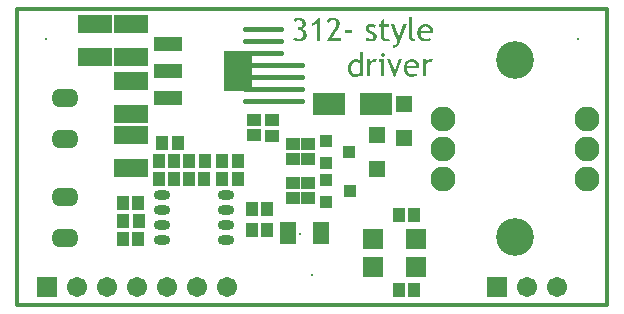
<source format=gts>
G04*
G04 #@! TF.GenerationSoftware,Altium Limited,Altium Designer,21.1.0 (24)*
G04*
G04 Layer_Color=8388736*
%FSLAX44Y44*%
%MOMM*%
G71*
G04*
G04 #@! TF.SameCoordinates,11EEB628-8EEC-4D1F-BDFF-B4013DCA5F77*
G04*
G04*
G04 #@! TF.FilePolarity,Negative*
G04*
G01*
G75*
%ADD12C,0.4000*%
%ADD16C,0.3000*%
%ADD18C,0.3000*%
%ADD32R,1.4032X1.8532*%
%ADD33R,1.7032X1.8032*%
%ADD34R,1.0532X1.1532*%
%ADD35R,2.9032X1.5032*%
%ADD36R,1.4032X1.4032*%
%ADD37R,1.4032X1.4032*%
%ADD38R,1.1032X1.2032*%
%ADD39R,2.3532X1.2032*%
%ADD40R,2.3532X3.4532*%
%ADD41R,1.1032X1.0032*%
%ADD42O,1.4032X0.8032*%
%ADD43R,1.1532X1.0532*%
%ADD44R,2.7032X1.9032*%
%ADD45R,1.2032X1.1032*%
%ADD46O,2.3032X1.6032*%
%ADD47R,1.7032X1.7032*%
%ADD48C,1.7032*%
%ADD49C,0.2032*%
%ADD50C,2.1082*%
%ADD51C,3.2032*%
G36*
X300660Y237810D02*
X300837Y237780D01*
X301045Y237750D01*
X301311Y237721D01*
X301874Y237602D01*
X302555Y237425D01*
X303325Y237158D01*
X304184Y236832D01*
X303444Y234463D01*
X303414D01*
X303384Y234522D01*
X303295Y234581D01*
X303177Y234641D01*
X302881Y234848D01*
X302496Y235085D01*
X302022Y235292D01*
X301518Y235500D01*
X300956Y235618D01*
X300393Y235677D01*
X300245D01*
X300067Y235648D01*
X299860Y235618D01*
X299623Y235559D01*
X299386Y235500D01*
X299120Y235381D01*
X298883Y235233D01*
X298853Y235203D01*
X298794Y235144D01*
X298675Y235055D01*
X298587Y234937D01*
X298468Y234789D01*
X298350Y234611D01*
X298290Y234374D01*
X298261Y234137D01*
Y234078D01*
X298290Y233900D01*
X298350Y233663D01*
X298468Y233367D01*
X298646Y233041D01*
X298912Y232686D01*
X299090Y232508D01*
X299327Y232360D01*
X299564Y232212D01*
X299830Y232064D01*
X301637Y231235D01*
X301667D01*
X301726Y231205D01*
X301785Y231146D01*
X301904Y231087D01*
X302200Y230939D01*
X302585Y230731D01*
X302970Y230465D01*
X303384Y230169D01*
X303769Y229843D01*
X304095Y229487D01*
X304125Y229458D01*
X304214Y229310D01*
X304332Y229102D01*
X304480Y228806D01*
X304628Y228451D01*
X304747Y228036D01*
X304836Y227562D01*
X304865Y227029D01*
Y227000D01*
Y226940D01*
Y226852D01*
X304836Y226703D01*
X304806Y226348D01*
X304688Y225904D01*
X304539Y225430D01*
X304303Y224926D01*
X303947Y224423D01*
X303740Y224186D01*
X303503Y223979D01*
X303473D01*
X303444Y223920D01*
X303355Y223890D01*
X303266Y223801D01*
X303118Y223742D01*
X302940Y223653D01*
X302526Y223446D01*
X301992Y223238D01*
X301341Y223090D01*
X300600Y222972D01*
X299742Y222913D01*
X299505D01*
X299357Y222942D01*
X299149D01*
X298912Y222972D01*
X298646Y223001D01*
X298350Y223061D01*
X297698Y223179D01*
X296987Y223386D01*
X296217Y223653D01*
X295477Y224038D01*
X296365Y226467D01*
X296395D01*
X296454Y226407D01*
X296573Y226348D01*
X296721Y226259D01*
X296898Y226141D01*
X297106Y226022D01*
X297609Y225785D01*
X298142Y225519D01*
X298705Y225282D01*
X299268Y225134D01*
X299534Y225104D01*
X299801Y225075D01*
X300008D01*
X300186Y225104D01*
X300541Y225193D01*
X300986Y225312D01*
X301430Y225548D01*
X301607Y225697D01*
X301815Y225904D01*
X301963Y226111D01*
X302081Y226378D01*
X302141Y226674D01*
X302170Y227029D01*
Y227059D01*
Y227089D01*
X302141Y227266D01*
X302052Y227533D01*
X301874Y227859D01*
X301756Y228066D01*
X301607Y228244D01*
X301430Y228451D01*
X301193Y228658D01*
X300926Y228866D01*
X300630Y229073D01*
X300275Y229280D01*
X299860Y229487D01*
X299830D01*
X299771Y229517D01*
X299682Y229576D01*
X299564Y229606D01*
X299268Y229754D01*
X298912Y229932D01*
X298527Y230139D01*
X298113Y230346D01*
X297757Y230524D01*
X297491Y230702D01*
X297461Y230731D01*
X297402Y230791D01*
X297283Y230850D01*
X297135Y230968D01*
X296780Y231264D01*
X296425Y231649D01*
X296395Y231679D01*
X296365Y231738D01*
X296276Y231857D01*
X296188Y232005D01*
X295951Y232360D01*
X295773Y232775D01*
Y232805D01*
X295743Y232893D01*
X295714Y233012D01*
X295684Y233160D01*
X295625Y233367D01*
X295595Y233575D01*
X295566Y234078D01*
Y234108D01*
Y234167D01*
Y234256D01*
X295595Y234374D01*
X295625Y234670D01*
X295714Y235085D01*
X295891Y235529D01*
X296099Y235973D01*
X296425Y236418D01*
X296602Y236625D01*
X296839Y236832D01*
X296869D01*
X296898Y236862D01*
X297076Y236980D01*
X297372Y237158D01*
X297757Y237336D01*
X298231Y237514D01*
X298824Y237691D01*
X299475Y237810D01*
X300215Y237839D01*
X300512D01*
X300660Y237810D01*
D02*
G37*
G36*
X284074Y229991D02*
X278329D01*
Y232331D01*
X284074D01*
Y229991D01*
D02*
G37*
G36*
X323968Y220751D02*
Y220721D01*
X323938Y220691D01*
X323879Y220514D01*
X323731Y220277D01*
X323523Y219951D01*
X323227Y219566D01*
X322872Y219181D01*
X322428Y218796D01*
X321865Y218440D01*
X321835D01*
X321806Y218411D01*
X321717Y218352D01*
X321599Y218292D01*
X321421Y218233D01*
X321243Y218144D01*
X320828Y217996D01*
X320295Y217819D01*
X319703Y217670D01*
X319022Y217552D01*
X318311Y217522D01*
Y219803D01*
X318578D01*
X318874Y219832D01*
X319259Y219892D01*
X319673Y219981D01*
X320147Y220129D01*
X320621Y220306D01*
X321065Y220573D01*
X321125Y220602D01*
X321243Y220721D01*
X321421Y220869D01*
X321658Y221076D01*
X321865Y221343D01*
X322043Y221639D01*
X322161Y221994D01*
X322220Y222379D01*
Y222439D01*
Y222587D01*
X322191Y222794D01*
X322161Y223090D01*
X322102Y223446D01*
X322043Y223831D01*
X321924Y224245D01*
X321776Y224690D01*
X321746Y224749D01*
X321717Y224897D01*
X321599Y225134D01*
X321480Y225489D01*
X321332Y225904D01*
X321154Y226378D01*
X320947Y226940D01*
X320710Y227533D01*
X316801Y237573D01*
X319407D01*
X323672Y226407D01*
X327492Y237573D01*
X330098D01*
X323968Y220751D01*
D02*
G37*
G36*
X239413Y243200D02*
X239650D01*
X239887Y243170D01*
X240479Y243052D01*
X241160Y242904D01*
X241871Y242637D01*
X242552Y242311D01*
X242878Y242074D01*
X243204Y241837D01*
X243234Y241808D01*
X243263Y241778D01*
X243352Y241689D01*
X243470Y241600D01*
X243737Y241275D01*
X244033Y240890D01*
X244329Y240357D01*
X244596Y239764D01*
X244803Y239083D01*
X244833Y238698D01*
X244862Y238313D01*
Y238284D01*
Y238254D01*
Y238165D01*
Y238046D01*
X244803Y237721D01*
X244744Y237336D01*
X244625Y236862D01*
X244477Y236388D01*
X244240Y235884D01*
X243944Y235381D01*
X243915Y235322D01*
X243796Y235174D01*
X243589Y234966D01*
X243322Y234700D01*
X243026Y234433D01*
X242671Y234137D01*
X242256Y233900D01*
X241812Y233693D01*
X241842D01*
X241901Y233663D01*
X241990Y233634D01*
X242078Y233575D01*
X242404Y233456D01*
X242789Y233249D01*
X243204Y232982D01*
X243648Y232656D01*
X244092Y232271D01*
X244507Y231798D01*
X244537Y231738D01*
X244655Y231560D01*
X244833Y231294D01*
X245011Y230909D01*
X245188Y230465D01*
X245366Y229902D01*
X245484Y229310D01*
X245514Y228629D01*
Y228599D01*
Y228510D01*
Y228362D01*
X245484Y228184D01*
X245455Y227947D01*
X245425Y227681D01*
X245307Y227059D01*
X245099Y226378D01*
X244951Y226022D01*
X244774Y225667D01*
X244566Y225341D01*
X244359Y225015D01*
X244063Y224690D01*
X243767Y224393D01*
X243737Y224364D01*
X243678Y224334D01*
X243589Y224245D01*
X243441Y224156D01*
X243263Y224038D01*
X243056Y223920D01*
X242789Y223801D01*
X242493Y223653D01*
X242167Y223505D01*
X241812Y223386D01*
X241397Y223268D01*
X240983Y223150D01*
X240509Y223061D01*
X240005Y222972D01*
X239443Y222942D01*
X238880Y222913D01*
X238643D01*
X238406Y222942D01*
X238080Y222972D01*
X237666Y223031D01*
X237251Y223120D01*
X236777Y223238D01*
X236303Y223386D01*
X236244Y223416D01*
X236096Y223475D01*
X235859Y223564D01*
X235592Y223712D01*
X235267Y223890D01*
X234941Y224097D01*
X234615Y224305D01*
X234319Y224571D01*
X235622Y226644D01*
X235652Y226615D01*
X235681Y226585D01*
X235859Y226407D01*
X236155Y226200D01*
X236540Y225933D01*
X237014Y225667D01*
X237577Y225430D01*
X238228Y225252D01*
X238584Y225223D01*
X238939Y225193D01*
X239087D01*
X239294Y225223D01*
X239531Y225252D01*
X239798Y225312D01*
X240124Y225400D01*
X240479Y225489D01*
X240835Y225637D01*
X241160Y225845D01*
X241516Y226082D01*
X241842Y226378D01*
X242108Y226733D01*
X242345Y227148D01*
X242552Y227622D01*
X242671Y228184D01*
X242700Y228836D01*
Y228866D01*
Y228925D01*
Y228984D01*
X242671Y229102D01*
X242641Y229428D01*
X242552Y229784D01*
X242434Y230228D01*
X242227Y230672D01*
X241960Y231116D01*
X241605Y231531D01*
X241545Y231590D01*
X241397Y231709D01*
X241160Y231857D01*
X240835Y232064D01*
X240420Y232271D01*
X239946Y232419D01*
X239354Y232538D01*
X238732Y232597D01*
X238524D01*
Y234789D01*
X238791D01*
X238969Y234818D01*
X239176Y234848D01*
X239443Y234878D01*
X239709Y234937D01*
X240035Y235026D01*
X240361Y235174D01*
X240657Y235322D01*
X240983Y235529D01*
X241249Y235766D01*
X241516Y236062D01*
X241723Y236388D01*
X241901Y236803D01*
X242019Y237247D01*
X242049Y237780D01*
Y237810D01*
Y237928D01*
X242019Y238076D01*
X241990Y238284D01*
X241960Y238520D01*
X241871Y238787D01*
X241782Y239083D01*
X241634Y239379D01*
X241457Y239675D01*
X241249Y239942D01*
X240983Y240208D01*
X240686Y240445D01*
X240301Y240653D01*
X239857Y240801D01*
X239354Y240919D01*
X238791Y240949D01*
X238613D01*
X238495Y240919D01*
X238199Y240890D01*
X237784Y240801D01*
X237340Y240653D01*
X236866Y240445D01*
X236422Y240149D01*
X236007Y239764D01*
X234822Y241600D01*
X234852Y241630D01*
X234882Y241660D01*
X234970Y241749D01*
X235059Y241867D01*
X235207Y241985D01*
X235385Y242104D01*
X235563Y242252D01*
X235800Y242430D01*
X236096Y242578D01*
X236392Y242726D01*
X236718Y242844D01*
X237103Y242963D01*
X237518Y243081D01*
X237991Y243170D01*
X238465Y243200D01*
X238998Y243229D01*
X239235D01*
X239413Y243200D01*
D02*
G37*
G36*
X268082Y243200D02*
X268319D01*
X268585Y243170D01*
X268881Y243111D01*
X269207Y243052D01*
X269918Y242904D01*
X270658Y242667D01*
X271339Y242341D01*
X271695Y242134D01*
X271991Y241897D01*
X272021D01*
X272050Y241838D01*
X272139Y241749D01*
X272228Y241660D01*
X272495Y241364D01*
X272791Y240949D01*
X273087Y240416D01*
X273353Y239794D01*
X273531Y239053D01*
X273561Y238639D01*
X273590Y238195D01*
Y238165D01*
Y238106D01*
Y237958D01*
X273561Y237810D01*
X273531Y237573D01*
X273472Y237306D01*
X273413Y237010D01*
X273324Y236655D01*
X273205Y236270D01*
X273057Y235855D01*
X272909Y235381D01*
X272702Y234907D01*
X272435Y234374D01*
X272169Y233811D01*
X271843Y233219D01*
X271458Y232597D01*
X267045Y225608D01*
X274775D01*
Y223179D01*
X262662D01*
Y223712D01*
X268822Y233160D01*
X268852Y233190D01*
X268911Y233278D01*
X269000Y233456D01*
X269118Y233663D01*
X269266Y233900D01*
X269444Y234196D01*
X269622Y234552D01*
X269799Y234907D01*
X270155Y235677D01*
X270481Y236536D01*
X270599Y236951D01*
X270688Y237395D01*
X270747Y237810D01*
X270777Y238195D01*
Y238224D01*
Y238313D01*
X270747Y238461D01*
X270718Y238639D01*
X270688Y238846D01*
X270629Y239053D01*
X270510Y239320D01*
X270392Y239587D01*
X270244Y239823D01*
X270036Y240090D01*
X269799Y240297D01*
X269503Y240534D01*
X269148Y240682D01*
X268763Y240830D01*
X268289Y240919D01*
X267756Y240949D01*
X267578D01*
X267371Y240919D01*
X267104Y240890D01*
X266808Y240801D01*
X266453Y240712D01*
X266097Y240564D01*
X265742Y240357D01*
X265712Y240327D01*
X265594Y240268D01*
X265416Y240120D01*
X265238Y239972D01*
X265002Y239764D01*
X264794Y239527D01*
X264587Y239231D01*
X264409Y238935D01*
X262662Y240357D01*
Y240386D01*
X262691Y240416D01*
X262751Y240564D01*
X262869Y240801D01*
X263047Y241097D01*
X263284Y241423D01*
X263580Y241778D01*
X263965Y242134D01*
X264409Y242430D01*
X264439D01*
X264468Y242459D01*
X264646Y242548D01*
X264942Y242696D01*
X265298Y242844D01*
X265772Y242963D01*
X266334Y243111D01*
X266927Y243200D01*
X267608Y243229D01*
X267874D01*
X268082Y243200D01*
D02*
G37*
G36*
X256679Y223179D02*
X253984D01*
Y238284D01*
X249986Y235796D01*
Y238313D01*
X250016D01*
X250045Y238343D01*
X250134Y238402D01*
X250253Y238461D01*
X250549Y238609D01*
X250963Y238846D01*
X251437Y239142D01*
X252000Y239498D01*
X252592Y239912D01*
X253214Y240386D01*
X253244Y240416D01*
X253303Y240445D01*
X253392Y240534D01*
X253510Y240623D01*
X253806Y240890D01*
X254191Y241215D01*
X254606Y241600D01*
X255050Y242045D01*
X255465Y242519D01*
X255850Y242963D01*
X256679D01*
Y223179D01*
D02*
G37*
G36*
X346476Y237810D02*
X346743Y237780D01*
X347039Y237750D01*
X347365Y237691D01*
X347720Y237632D01*
X348520Y237425D01*
X348905Y237276D01*
X349319Y237099D01*
X349704Y236891D01*
X350089Y236684D01*
X350445Y236388D01*
X350800Y236092D01*
X350830Y236062D01*
X350889Y236003D01*
X350948Y235914D01*
X351067Y235796D01*
X351185Y235618D01*
X351333Y235411D01*
X351511Y235174D01*
X351659Y234907D01*
X351807Y234611D01*
X351985Y234285D01*
X352133Y233930D01*
X352251Y233545D01*
X352370Y233101D01*
X352459Y232656D01*
X352488Y232183D01*
X352518Y231679D01*
Y231649D01*
Y231531D01*
Y231383D01*
X352488Y231176D01*
X352459Y230939D01*
X352429Y230672D01*
X352311Y230139D01*
X341945D01*
Y230109D01*
Y230021D01*
Y229902D01*
X341975Y229724D01*
Y229517D01*
X342004Y229251D01*
X342123Y228688D01*
X342271Y228066D01*
X342508Y227414D01*
X342863Y226792D01*
X343070Y226496D01*
X343307Y226230D01*
X343367Y226170D01*
X343515Y226052D01*
X343781Y225874D01*
X344166Y225667D01*
X344610Y225430D01*
X345144Y225252D01*
X345765Y225134D01*
X346447Y225075D01*
X346654D01*
X346802Y225104D01*
X347009D01*
X347217Y225134D01*
X347720Y225223D01*
X348312Y225400D01*
X348905Y225608D01*
X349527Y225933D01*
X349823Y226111D01*
X350089Y226348D01*
X351185Y224512D01*
X351156Y224482D01*
X351067Y224423D01*
X350919Y224305D01*
X350741Y224156D01*
X350475Y223979D01*
X350149Y223801D01*
X349793Y223653D01*
X349349Y223475D01*
X349319D01*
X349290Y223446D01*
X349201Y223416D01*
X349082Y223386D01*
X348786Y223298D01*
X348372Y223209D01*
X347868Y223090D01*
X347276Y223001D01*
X346624Y222942D01*
X345943Y222913D01*
X345677D01*
X345499Y222942D01*
X345262Y222972D01*
X344995Y223001D01*
X344699Y223061D01*
X344374Y223150D01*
X343633Y223357D01*
X343248Y223505D01*
X342863Y223683D01*
X342478Y223890D01*
X342093Y224156D01*
X341708Y224423D01*
X341353Y224749D01*
X341323Y224778D01*
X341264Y224838D01*
X341145Y224956D01*
X341027Y225104D01*
X340879Y225312D01*
X340701Y225578D01*
X340494Y225845D01*
X340316Y226200D01*
X340109Y226555D01*
X339901Y226970D01*
X339724Y227414D01*
X339576Y227888D01*
X339457Y228421D01*
X339339Y228984D01*
X339280Y229576D01*
X339250Y230198D01*
Y230228D01*
Y230346D01*
X339280Y230554D01*
Y230791D01*
X339309Y231087D01*
X339368Y231442D01*
X339427Y231827D01*
X339516Y232242D01*
X339635Y232686D01*
X339783Y233160D01*
X339961Y233634D01*
X340168Y234108D01*
X340405Y234581D01*
X340701Y235055D01*
X341027Y235500D01*
X341412Y235914D01*
X341441Y235944D01*
X341501Y236003D01*
X341619Y236092D01*
X341767Y236210D01*
X341945Y236358D01*
X342152Y236536D01*
X342419Y236684D01*
X342715Y236891D01*
X343011Y237069D01*
X343367Y237217D01*
X344137Y237543D01*
X344581Y237662D01*
X345025Y237750D01*
X345499Y237810D01*
X345973Y237839D01*
X346269D01*
X346476Y237810D01*
D02*
G37*
G36*
X334807Y227681D02*
Y227622D01*
Y227474D01*
X334837Y227266D01*
X334896Y227000D01*
X334955Y226703D01*
X335074Y226407D01*
X335252Y226111D01*
X335459Y225845D01*
X335489Y225815D01*
X335577Y225756D01*
X335726Y225637D01*
X335933Y225519D01*
X336170Y225400D01*
X336466Y225282D01*
X336821Y225223D01*
X337206Y225193D01*
Y222913D01*
X336999D01*
X336762Y222942D01*
X336436Y222972D01*
X336051Y223031D01*
X335637Y223150D01*
X335192Y223268D01*
X334748Y223446D01*
X334274Y223683D01*
X333830Y223979D01*
X333415Y224305D01*
X333030Y224749D01*
X332705Y225223D01*
X332468Y225815D01*
X332320Y226467D01*
X332260Y227237D01*
Y243496D01*
X334807D01*
Y227681D01*
D02*
G37*
G36*
X310996Y237573D02*
X314964D01*
Y235559D01*
X310996D01*
Y228392D01*
Y228362D01*
Y228303D01*
Y228214D01*
Y228095D01*
X311025Y227770D01*
X311085Y227385D01*
X311144Y226970D01*
X311233Y226555D01*
X311381Y226141D01*
X311588Y225815D01*
X311618Y225785D01*
X311707Y225697D01*
X311855Y225578D01*
X312062Y225460D01*
X312358Y225312D01*
X312684Y225193D01*
X313099Y225104D01*
X313572Y225075D01*
X313750D01*
X313928Y225104D01*
X314194Y225134D01*
X314491Y225193D01*
X314846Y225282D01*
X315231Y225400D01*
X315616Y225578D01*
X316001Y223298D01*
X315971D01*
X315942Y223268D01*
X315853D01*
X315734Y223238D01*
X315586Y223209D01*
X315409Y223179D01*
X314964Y223120D01*
X314431Y223031D01*
X313839Y222972D01*
X313187Y222942D01*
X312506Y222913D01*
X312328D01*
X312210Y222942D01*
X311914Y222972D01*
X311499Y223061D01*
X311055Y223209D01*
X310552Y223446D01*
X310078Y223742D01*
X309604Y224156D01*
Y224186D01*
X309545Y224216D01*
X309426Y224393D01*
X309248Y224660D01*
X309041Y225045D01*
X308804Y225519D01*
X308626Y226052D01*
X308508Y226674D01*
X308449Y227385D01*
Y235559D01*
X306790D01*
Y237573D01*
X308449D01*
Y240564D01*
X310996Y241571D01*
Y237573D01*
D02*
G37*
G36*
X310166Y213080D02*
X310315Y213050D01*
X310492Y212991D01*
X310670Y212902D01*
X310877Y212784D01*
X311055Y212636D01*
X311085Y212606D01*
X311144Y212547D01*
X311203Y212458D01*
X311292Y212310D01*
X311381Y212162D01*
X311470Y211954D01*
X311499Y211747D01*
X311529Y211510D01*
Y211481D01*
Y211392D01*
X311499Y211273D01*
X311470Y211125D01*
X311410Y210948D01*
X311322Y210770D01*
X311203Y210562D01*
X311055Y210385D01*
X311025Y210355D01*
X310966Y210326D01*
X310877Y210237D01*
X310729Y210177D01*
X310581Y210089D01*
X310374Y210000D01*
X310166Y209970D01*
X309930Y209941D01*
X309811D01*
X309693Y209970D01*
X309545Y210000D01*
X309367Y210059D01*
X309189Y210118D01*
X308982Y210237D01*
X308804Y210385D01*
X308775Y210415D01*
X308745Y210474D01*
X308656Y210562D01*
X308597Y210711D01*
X308508Y210859D01*
X308419Y211066D01*
X308390Y211273D01*
X308360Y211510D01*
Y211540D01*
Y211629D01*
X308390Y211747D01*
X308419Y211895D01*
X308478Y212073D01*
X308538Y212280D01*
X308656Y212458D01*
X308804Y212636D01*
X308834Y212665D01*
X308893Y212724D01*
X308982Y212784D01*
X309100Y212873D01*
X309278Y212962D01*
X309456Y213050D01*
X309693Y213080D01*
X309930Y213110D01*
X310048D01*
X310166Y213080D01*
D02*
G37*
G36*
X292959Y193267D02*
X290412D01*
Y194303D01*
X290383D01*
X290353Y194244D01*
X290264Y194185D01*
X290175Y194096D01*
X290027Y194007D01*
X289850Y193888D01*
X289642Y193770D01*
X289405Y193652D01*
X288872Y193415D01*
X288191Y193207D01*
X287421Y193059D01*
X287006Y193030D01*
X286533Y193000D01*
X286266D01*
X286088Y193030D01*
X285851Y193059D01*
X285585Y193089D01*
X285289Y193148D01*
X284963Y193237D01*
X284252Y193474D01*
X283897Y193622D01*
X283512Y193800D01*
X283156Y194037D01*
X282801Y194303D01*
X282446Y194599D01*
X282120Y194925D01*
X282090Y194955D01*
X282061Y195014D01*
X281972Y195132D01*
X281853Y195280D01*
X281735Y195458D01*
X281587Y195695D01*
X281439Y195991D01*
X281290Y196287D01*
X281143Y196643D01*
X280994Y197028D01*
X280846Y197442D01*
X280728Y197916D01*
X280609Y198390D01*
X280520Y198923D01*
X280491Y199486D01*
X280461Y200078D01*
Y200108D01*
Y200226D01*
Y200404D01*
X280491Y200611D01*
X280520Y200908D01*
X280550Y201233D01*
X280609Y201589D01*
X280698Y202003D01*
X280935Y202862D01*
X281083Y203336D01*
X281261Y203780D01*
X281498Y204254D01*
X281764Y204728D01*
X282061Y205172D01*
X282386Y205617D01*
X282416Y205646D01*
X282475Y205706D01*
X282594Y205824D01*
X282742Y205972D01*
X282919Y206150D01*
X283127Y206357D01*
X283393Y206564D01*
X283689Y206772D01*
X284015Y206979D01*
X284371Y207186D01*
X285141Y207571D01*
X285585Y207719D01*
X286029Y207838D01*
X286503Y207897D01*
X287006Y207927D01*
X287214D01*
X287362Y207897D01*
X287569D01*
X287777Y207868D01*
X288280Y207808D01*
X288813Y207660D01*
X289376Y207482D01*
X289939Y207216D01*
X290412Y206861D01*
Y213583D01*
X292959D01*
Y193267D01*
D02*
G37*
G36*
X351037Y207897D02*
X351304Y207868D01*
X351659Y207808D01*
X352074Y207749D01*
X352518Y207660D01*
X351452Y205172D01*
X351422Y205202D01*
X351304Y205261D01*
X351156Y205350D01*
X350919Y205469D01*
X350682Y205587D01*
X350386Y205676D01*
X350089Y205735D01*
X349764Y205765D01*
X349704D01*
X349527Y205735D01*
X349290Y205706D01*
X348964Y205617D01*
X348579Y205469D01*
X348194Y205232D01*
X347779Y204906D01*
X347602Y204728D01*
X347394Y204491D01*
X347365Y204432D01*
X347246Y204284D01*
X347069Y204017D01*
X346891Y203662D01*
X346713Y203218D01*
X346535Y202714D01*
X346417Y202122D01*
X346387Y201500D01*
Y193267D01*
X343840D01*
Y207660D01*
X346387D01*
Y205350D01*
X346417Y205380D01*
X346447Y205469D01*
X346535Y205587D01*
X346654Y205765D01*
X346802Y205942D01*
X346980Y206179D01*
X347187Y206387D01*
X347424Y206653D01*
X347691Y206890D01*
X348016Y207127D01*
X348342Y207334D01*
X348727Y207512D01*
X349142Y207690D01*
X349556Y207808D01*
X350030Y207897D01*
X350534Y207927D01*
X350830D01*
X351037Y207897D01*
D02*
G37*
G36*
X304006D02*
X304273Y207868D01*
X304628Y207808D01*
X305043Y207749D01*
X305487Y207660D01*
X304421Y205172D01*
X304391Y205202D01*
X304273Y205261D01*
X304125Y205350D01*
X303888Y205469D01*
X303651Y205587D01*
X303355Y205676D01*
X303059Y205735D01*
X302733Y205765D01*
X302674D01*
X302496Y205735D01*
X302259Y205706D01*
X301933Y205617D01*
X301548Y205469D01*
X301163Y205232D01*
X300749Y204906D01*
X300571Y204728D01*
X300364Y204491D01*
X300334Y204432D01*
X300215Y204284D01*
X300038Y204017D01*
X299860Y203662D01*
X299682Y203218D01*
X299505Y202714D01*
X299386Y202122D01*
X299357Y201500D01*
Y193267D01*
X296810D01*
Y207660D01*
X299357D01*
Y205350D01*
X299386Y205380D01*
X299416Y205469D01*
X299505Y205587D01*
X299623Y205765D01*
X299771Y205942D01*
X299949Y206179D01*
X300156Y206387D01*
X300393Y206653D01*
X300660Y206890D01*
X300986Y207127D01*
X301311Y207334D01*
X301696Y207512D01*
X302111Y207690D01*
X302526Y207808D01*
X302999Y207897D01*
X303503Y207927D01*
X303799D01*
X304006Y207897D01*
D02*
G37*
G36*
X320355Y193000D02*
X319673D01*
X313513Y207719D01*
X316297D01*
X320088Y197620D01*
X323997Y207719D01*
X326663D01*
X320355Y193000D01*
D02*
G37*
G36*
X311085Y193267D02*
X308538D01*
Y205498D01*
X306553D01*
Y207660D01*
X311085D01*
Y193267D01*
D02*
G37*
G36*
X334926Y207897D02*
X335192Y207868D01*
X335489Y207838D01*
X335814Y207779D01*
X336170Y207719D01*
X336969Y207512D01*
X337354Y207364D01*
X337769Y207186D01*
X338154Y206979D01*
X338539Y206772D01*
X338894Y206476D01*
X339250Y206179D01*
X339280Y206150D01*
X339339Y206091D01*
X339398Y206002D01*
X339516Y205883D01*
X339635Y205706D01*
X339783Y205498D01*
X339961Y205261D01*
X340109Y204995D01*
X340257Y204699D01*
X340434Y204373D01*
X340583Y204017D01*
X340701Y203632D01*
X340820Y203188D01*
X340908Y202744D01*
X340938Y202270D01*
X340968Y201766D01*
Y201737D01*
Y201618D01*
Y201470D01*
X340938Y201263D01*
X340908Y201026D01*
X340879Y200760D01*
X340760Y200226D01*
X330395D01*
Y200197D01*
Y200108D01*
Y199989D01*
X330424Y199812D01*
Y199604D01*
X330454Y199338D01*
X330572Y198775D01*
X330720Y198153D01*
X330957Y197502D01*
X331313Y196880D01*
X331520Y196584D01*
X331757Y196317D01*
X331816Y196258D01*
X331964Y196139D01*
X332231Y195962D01*
X332616Y195754D01*
X333060Y195517D01*
X333593Y195340D01*
X334215Y195221D01*
X334896Y195162D01*
X335103D01*
X335252Y195192D01*
X335459D01*
X335666Y195221D01*
X336170Y195310D01*
X336762Y195488D01*
X337354Y195695D01*
X337976Y196021D01*
X338273Y196199D01*
X338539Y196436D01*
X339635Y194599D01*
X339605Y194570D01*
X339516Y194510D01*
X339368Y194392D01*
X339191Y194244D01*
X338924Y194066D01*
X338598Y193888D01*
X338243Y193740D01*
X337799Y193563D01*
X337769D01*
X337739Y193533D01*
X337651Y193503D01*
X337532Y193474D01*
X337236Y193385D01*
X336821Y193296D01*
X336318Y193178D01*
X335726Y193089D01*
X335074Y193030D01*
X334393Y193000D01*
X334126D01*
X333949Y193030D01*
X333712Y193059D01*
X333445Y193089D01*
X333149Y193148D01*
X332823Y193237D01*
X332083Y193444D01*
X331698Y193592D01*
X331313Y193770D01*
X330928Y193977D01*
X330543Y194244D01*
X330158Y194510D01*
X329802Y194836D01*
X329773Y194866D01*
X329713Y194925D01*
X329595Y195044D01*
X329476Y195192D01*
X329328Y195399D01*
X329151Y195665D01*
X328943Y195932D01*
X328766Y196287D01*
X328558Y196643D01*
X328351Y197057D01*
X328173Y197502D01*
X328025Y197976D01*
X327907Y198509D01*
X327788Y199071D01*
X327729Y199664D01*
X327699Y200286D01*
Y200315D01*
Y200434D01*
X327729Y200641D01*
Y200878D01*
X327759Y201174D01*
X327818Y201530D01*
X327877Y201915D01*
X327966Y202329D01*
X328084Y202773D01*
X328232Y203247D01*
X328410Y203721D01*
X328618Y204195D01*
X328854Y204669D01*
X329151Y205143D01*
X329476Y205587D01*
X329861Y206002D01*
X329891Y206031D01*
X329950Y206091D01*
X330069Y206179D01*
X330217Y206298D01*
X330395Y206446D01*
X330602Y206624D01*
X330868Y206772D01*
X331165Y206979D01*
X331461Y207157D01*
X331816Y207305D01*
X332586Y207631D01*
X333030Y207749D01*
X333475Y207838D01*
X333949Y207897D01*
X334422Y207927D01*
X334719D01*
X334926Y207897D01*
D02*
G37*
%LPC*%
G36*
X346091Y235677D02*
X345943D01*
X345825Y235648D01*
X345499Y235618D01*
X345114Y235529D01*
X344670Y235411D01*
X344166Y235203D01*
X343692Y234937D01*
X343248Y234581D01*
X343189Y234522D01*
X343070Y234404D01*
X342893Y234167D01*
X342685Y233871D01*
X342448Y233486D01*
X342241Y233071D01*
X342093Y232568D01*
X342004Y232005D01*
X349971D01*
Y232034D01*
Y232064D01*
Y232271D01*
X349912Y232538D01*
X349852Y232893D01*
X349734Y233278D01*
X349556Y233723D01*
X349319Y234137D01*
X348994Y234552D01*
X348934Y234611D01*
X348786Y234729D01*
X348549Y234907D01*
X348224Y235114D01*
X347809Y235322D01*
X347335Y235500D01*
X346743Y235618D01*
X346091Y235677D01*
D02*
G37*
G36*
X287747Y205765D02*
X287540D01*
X287391Y205735D01*
X287214Y205706D01*
X287036Y205676D01*
X286562Y205587D01*
X286029Y205380D01*
X285466Y205113D01*
X285170Y204935D01*
X284904Y204728D01*
X284637Y204491D01*
X284400Y204225D01*
Y204195D01*
X284341Y204165D01*
X284282Y204077D01*
X284193Y203958D01*
X284104Y203810D01*
X284015Y203603D01*
X283897Y203395D01*
X283778Y203158D01*
X283541Y202596D01*
X283364Y201915D01*
X283216Y201174D01*
X283156Y200315D01*
Y200256D01*
Y200108D01*
X283186Y199841D01*
X283245Y199516D01*
X283305Y199101D01*
X283393Y198686D01*
X283541Y198213D01*
X283749Y197739D01*
X284015Y197235D01*
X284311Y196761D01*
X284696Y196347D01*
X285170Y195932D01*
X285703Y195606D01*
X286325Y195369D01*
X287066Y195192D01*
X287451Y195162D01*
X287895Y195132D01*
X288013D01*
X288132Y195162D01*
X288310Y195192D01*
X288517Y195221D01*
X288754Y195280D01*
X289020Y195369D01*
X289317Y195488D01*
X289346Y195517D01*
X289465Y195547D01*
X289613Y195636D01*
X289790Y195725D01*
X290146Y195991D01*
X290294Y196169D01*
X290412Y196317D01*
Y204284D01*
Y204314D01*
X290383Y204343D01*
X290235Y204521D01*
X290027Y204758D01*
X289702Y205024D01*
X289346Y205291D01*
X288872Y205528D01*
X288339Y205706D01*
X288043Y205735D01*
X287747Y205765D01*
D02*
G37*
G36*
X334541D02*
X334393D01*
X334274Y205735D01*
X333949Y205706D01*
X333563Y205617D01*
X333119Y205498D01*
X332616Y205291D01*
X332142Y205024D01*
X331698Y204669D01*
X331638Y204610D01*
X331520Y204491D01*
X331342Y204254D01*
X331135Y203958D01*
X330898Y203573D01*
X330691Y203158D01*
X330543Y202655D01*
X330454Y202092D01*
X338421D01*
Y202122D01*
Y202152D01*
Y202359D01*
X338361Y202625D01*
X338302Y202981D01*
X338184Y203366D01*
X338006Y203810D01*
X337769Y204225D01*
X337443Y204639D01*
X337384Y204699D01*
X337236Y204817D01*
X336999Y204995D01*
X336673Y205202D01*
X336259Y205409D01*
X335785Y205587D01*
X335192Y205706D01*
X334541Y205765D01*
D02*
G37*
%LPD*%
D12*
X193040Y172720D02*
X241300D01*
X193040Y182880D02*
X241300D01*
X193040Y193040D02*
X241300D01*
X193040Y203200D02*
X241300D01*
X193040Y213360D02*
X223520D01*
X193040Y223520D02*
X223520D01*
X193040Y233680D02*
X223520D01*
D16*
X0Y250000D02*
X500000Y250000D01*
X0Y0D02*
Y250000D01*
X500000Y0D02*
Y250000D01*
X0Y0D02*
X500000Y0D01*
D18*
X240000Y60000D02*
D03*
X235000D02*
D03*
D32*
X257840Y60960D02*
D03*
X229840D02*
D03*
D33*
X338000Y55626D02*
D03*
X302000D02*
D03*
X338000Y32004D02*
D03*
X302000D02*
D03*
D34*
X336500Y75692D02*
D03*
X323500D02*
D03*
X120500Y106680D02*
D03*
X133500D02*
D03*
X145900D02*
D03*
X158900D02*
D03*
X336500Y12192D02*
D03*
X323500D02*
D03*
X212240Y63500D02*
D03*
X199240D02*
D03*
X199240Y81280D02*
D03*
X212240D02*
D03*
X90020Y86360D02*
D03*
X103020D02*
D03*
X103020Y55880D02*
D03*
X90020D02*
D03*
X133500Y121920D02*
D03*
X120500D02*
D03*
D35*
X96520Y143540D02*
D03*
Y115540D02*
D03*
X66040Y237520D02*
D03*
Y209520D02*
D03*
X96520D02*
D03*
Y237520D02*
D03*
Y189260D02*
D03*
Y161260D02*
D03*
D36*
X304800Y143840D02*
D03*
X327660Y170180D02*
D03*
D37*
X304800Y115240D02*
D03*
X327660Y141580D02*
D03*
D38*
X89770Y71120D02*
D03*
X103270D02*
D03*
X187090Y106680D02*
D03*
X173590D02*
D03*
X187090Y121920D02*
D03*
X173590D02*
D03*
X145650D02*
D03*
X159150D02*
D03*
X136290Y137160D02*
D03*
X122790D02*
D03*
D39*
X128520Y221120D02*
D03*
Y198120D02*
D03*
Y175120D02*
D03*
D40*
X187020Y198120D02*
D03*
D41*
X261780Y139040D02*
D03*
Y120040D02*
D03*
X281780Y129540D02*
D03*
X261940Y106020D02*
D03*
Y87020D02*
D03*
X281940Y96520D02*
D03*
D42*
X122820Y92710D02*
D03*
Y80010D02*
D03*
Y67310D02*
D03*
Y54610D02*
D03*
X176900Y92710D02*
D03*
Y80010D02*
D03*
Y67310D02*
D03*
Y54610D02*
D03*
D43*
X246380Y123040D02*
D03*
Y136040D02*
D03*
Y90020D02*
D03*
Y103020D02*
D03*
X233680Y123040D02*
D03*
Y136040D02*
D03*
Y90020D02*
D03*
Y103020D02*
D03*
X200660Y156360D02*
D03*
Y143360D02*
D03*
D44*
X304480Y170180D02*
D03*
X264480D02*
D03*
D45*
X215900Y143110D02*
D03*
Y156610D02*
D03*
D46*
X40640Y91160D02*
D03*
Y56160D02*
D03*
Y174980D02*
D03*
Y139980D02*
D03*
D47*
X406400Y15240D02*
D03*
X25400D02*
D03*
D48*
X431800D02*
D03*
X457200D02*
D03*
X177800D02*
D03*
X152400D02*
D03*
X127000D02*
D03*
X101600D02*
D03*
X50800D02*
D03*
X76200D02*
D03*
D49*
X250000Y25000D02*
D03*
X475000Y225000D02*
D03*
X25000D02*
D03*
D50*
X482600Y132080D02*
D03*
X360680D02*
D03*
Y157480D02*
D03*
Y106680D02*
D03*
X482600D02*
D03*
Y157480D02*
D03*
D51*
X421640Y207137D02*
D03*
Y57023D02*
D03*
M02*

</source>
